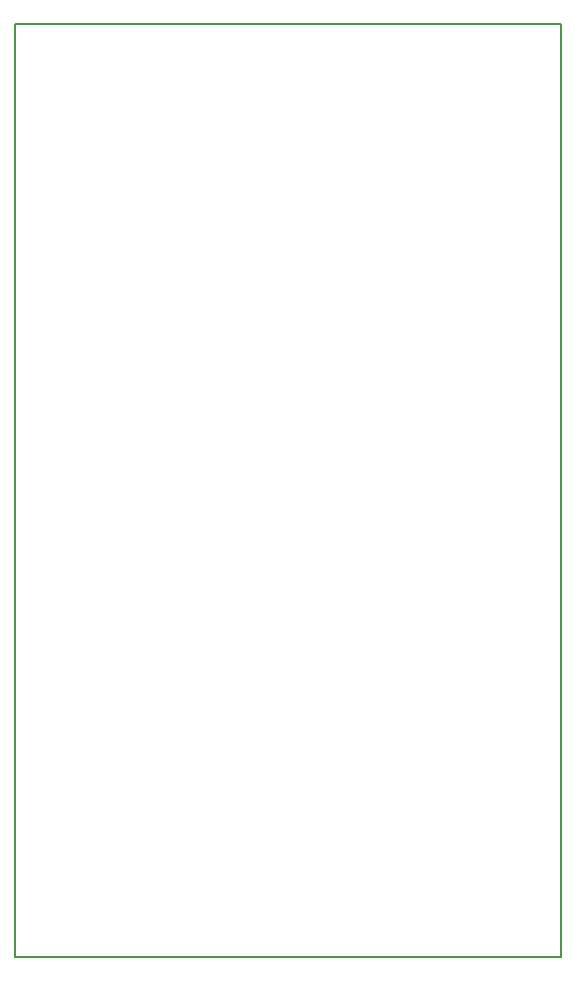
<source format=gm1>
G04 #@! TF.GenerationSoftware,KiCad,Pcbnew,(2017-09-22 revision df472e6)-master*
G04 #@! TF.CreationDate,2017-12-25T08:16:24-08:00*
G04 #@! TF.ProjectId,ody_adap,6F64795F616461702E6B696361645F70,rev?*
G04 #@! TF.SameCoordinates,Original*
G04 #@! TF.FileFunction,Profile,NP*
%FSLAX46Y46*%
G04 Gerber Fmt 4.6, Leading zero omitted, Abs format (unit mm)*
G04 Created by KiCad (PCBNEW (2017-09-22 revision df472e6)-master) date Mon Dec 25 08:16:24 2017*
%MOMM*%
%LPD*%
G01*
G04 APERTURE LIST*
%ADD10C,0.150000*%
G04 APERTURE END LIST*
D10*
X142500000Y-53000000D02*
X96250000Y-53000000D01*
X142500000Y-132000000D02*
X142500000Y-53000000D01*
X96250000Y-132000000D02*
X142500000Y-132000000D01*
X96250000Y-53000000D02*
X96250000Y-132000000D01*
M02*

</source>
